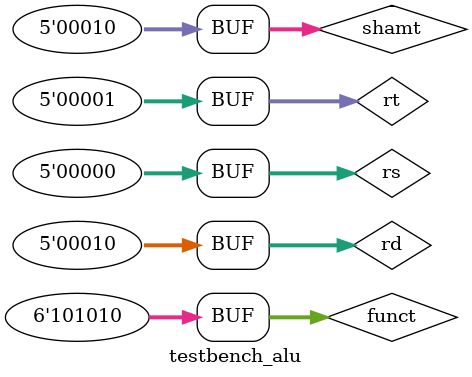
<source format=v>
module testbench_alu;

// input and output test signals
reg [4:0] rs, rt, rd, shamt;
reg [5:0] funct;

glob glob(); //Initialize 32 32-bit registers to zeros
alu alu(rs, rt, rd, shamt, funct);

initial
begin
glob.r[0] = 32'b00000000000000000000000000000001;
glob.r[1] = 32'b00000000000000000000000000000010;
rs = 5'b00000;
rt = 5'b00001;
rd = 5'b00010;
funct = 6'b100000; //add
#5;
rs = 5'b00000;
rt = 5'b00010;
rd = 5'b00001;
#5;
rt = 5'b00001;
rd = 5'b00010;
shamt = 5'b00010;
funct = 6'b000010; //srl
#5;
rs = 5'b00001;
rt = 5'b00010;
rd = 5'b00000;
funct = 6'b100010; //sub
#5;
rs = 5'b00000;
rt = 5'b00010;
rd = 5'b00001;
funct = 6'b100100; //and
#5;
rs = 5'b00000;
rt = 5'b00001;
rd = 5'b00010;
funct = 6'b100101; //or
#5;
rs = 5'b00001;
rt = 5'b00000;
rd = 5'b00010;
funct = 6'b101010; //slt
#5;
rs = 5'b00000;
rt = 5'b00001;
rd = 5'b00010;
funct = 6'b101010; //slt
end

initial
$monitor("rs = %b rt = %b rd = %b r0 = %b r1 = %b r2 = %b funct = %b shamt = %b", rs, rt, rd, glob.r[0], glob.r[1], glob.r[2], funct, shamt);

initial
$dumpvars;

endmodule

</source>
